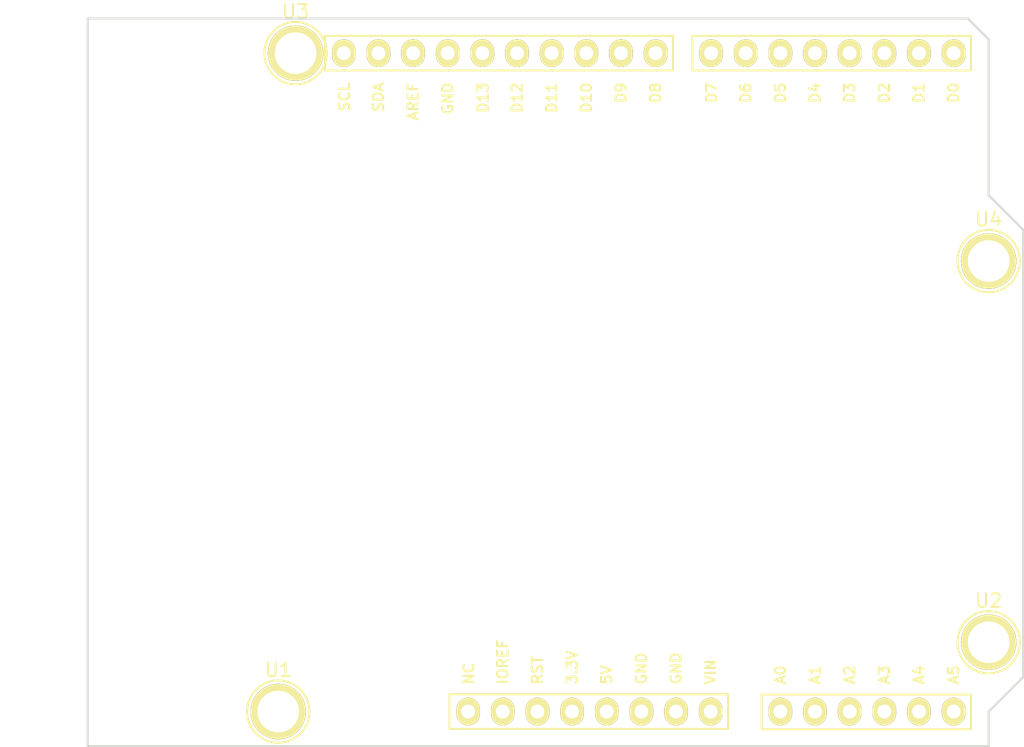
<source format=kicad_pcb>
(kicad_pcb (version 4) (host pcbnew 4.0.1-3.201512221402+6198~38~ubuntu14.04.1-stable)

  (general
    (links 8)
    (no_connects 8)
    (area 110.922999 72.949999 179.653001 126.440001)
    (thickness 1.6)
    (drawings 26)
    (tracks 0)
    (zones 0)
    (modules 5)
    (nets 5)
  )

  (page A4)
  (title_block
    (company "Released under the CERN Open Hardware License v1.2")
    (comment 1 "wickerboxen@gmail.com - http://wickerbox.net")
    (comment 2 "Designed by Jenner at Wickerbox Electronics")
  )

  (layers
    (0 F.Cu signal)
    (31 B.Cu signal)
    (34 B.Paste user)
    (35 F.Paste user)
    (36 B.SilkS user)
    (37 F.SilkS user)
    (38 B.Mask user)
    (39 F.Mask user)
    (44 Edge.Cuts user)
  )

  (setup
    (last_trace_width 0.254)
    (user_trace_width 0.1524)
    (user_trace_width 0.254)
    (user_trace_width 0.3302)
    (user_trace_width 0.508)
    (user_trace_width 0.762)
    (user_trace_width 1.27)
    (trace_clearance 0.254)
    (zone_clearance 0.508)
    (zone_45_only no)
    (trace_min 0.1524)
    (segment_width 0.2)
    (edge_width 0.15)
    (via_size 0.6858)
    (via_drill 0.3302)
    (via_min_size 0.6858)
    (via_min_drill 0.3302)
    (user_via 0.6858 0.3302)
    (user_via 0.762 0.4064)
    (user_via 0.8636 0.508)
    (uvia_size 0.6858)
    (uvia_drill 0.3302)
    (uvias_allowed no)
    (uvia_min_size 0)
    (uvia_min_drill 0)
    (pcb_text_width 0.3)
    (pcb_text_size 1.5 1.5)
    (mod_edge_width 0.15)
    (mod_text_size 1 1)
    (mod_text_width 0.15)
    (pad_size 1.524 1.524)
    (pad_drill 0.762)
    (pad_to_mask_clearance 0.2)
    (aux_axis_origin 124.968 123.825)
    (grid_origin 124.968 123.825)
    (visible_elements FFFCDF7D)
    (pcbplotparams
      (layerselection 0x00030_80000001)
      (usegerberextensions false)
      (excludeedgelayer true)
      (linewidth 0.100000)
      (plotframeref false)
      (viasonmask false)
      (mode 1)
      (useauxorigin false)
      (hpglpennumber 1)
      (hpglpenspeed 20)
      (hpglpendiameter 15)
      (hpglpenoverlay 2)
      (psnegative false)
      (psa4output false)
      (plotreference true)
      (plotvalue true)
      (plotinvisibletext false)
      (padsonsilk false)
      (subtractmaskfromsilk false)
      (outputformat 1)
      (mirror false)
      (drillshape 1)
      (scaleselection 1)
      (outputdirectory ""))
  )

  (net 0 "")
  (net 1 GND)
  (net 2 +3V3)
  (net 3 /A4)
  (net 4 /A5)

  (net_class Default "This is the default net class."
    (clearance 0.254)
    (trace_width 0.254)
    (via_dia 0.6858)
    (via_drill 0.3302)
    (uvia_dia 0.6858)
    (uvia_drill 0.3302)
    (add_net +3V3)
    (add_net /A4)
    (add_net "/A4(SDA)")
    (add_net /A5)
    (add_net "/A5(SCL)")
    (add_net GND)
  )

  (module Wickerlib:ARDUINO-101-SHIELD locked (layer F.Cu) (tedit 57283FB2) (tstamp 5728CC97)
    (at 133.8072 123.825)
    (descr "Through hole socket strip")
    (tags "socket strip")
    (path /572986CB)
    (fp_text reference U5 (at 13.97 2.794) (layer F.SilkS) hide
      (effects (font (size 1 1) (thickness 0.15)))
    )
    (fp_text value ARDUINO-101-SHIELD (at 13.97 4.318) (layer F.Fab) hide
      (effects (font (size 1 1) (thickness 0.15)))
    )
    (fp_text user NC (at 5.1308 -2.779486 90) (layer F.SilkS)
      (effects (font (size 0.762 0.762) (thickness 0.1524)))
    )
    (fp_line (start 3.33 -1.75) (end 3.33 1.75) (layer F.CrtYd) (width 0.05))
    (fp_line (start 24.63 -1.75) (end 24.63 1.75) (layer F.CrtYd) (width 0.05))
    (fp_line (start 3.33 -1.75) (end 24.63 -1.75) (layer F.CrtYd) (width 0.05))
    (fp_line (start 3.33 1.75) (end 24.63 1.75) (layer F.CrtYd) (width 0.05))
    (fp_line (start 3.7084 1.27) (end 24.13 1.27) (layer F.SilkS) (width 0.15))
    (fp_line (start 24.13 1.27) (end 24.13 -1.27) (layer F.SilkS) (width 0.15))
    (fp_line (start 24.13 -1.27) (end 3.7084 -1.27) (layer F.SilkS) (width 0.15))
    (fp_line (start 3.7084 1.27) (end 3.7084 -1.27) (layer F.SilkS) (width 0.15))
    (fp_text user IOREF (at 7.62 -3.6322 90) (layer F.SilkS)
      (effects (font (size 0.762 0.762) (thickness 0.1524)))
    )
    (fp_text user RST (at 10.16 -3.033485 90) (layer F.SilkS)
      (effects (font (size 0.762 0.762) (thickness 0.1524)))
    )
    (fp_text user 3.3V (at 12.7 -3.233057 90) (layer F.SilkS)
      (effects (font (size 0.762 0.762) (thickness 0.1524)))
    )
    (fp_text user 5V (at 15.24 -2.688771 90) (layer F.SilkS)
      (effects (font (size 0.762 0.762) (thickness 0.1524)))
    )
    (fp_text user GND (at 17.78 -3.160486 90) (layer F.SilkS)
      (effects (font (size 0.762 0.762) (thickness 0.1524)))
    )
    (fp_text user GND (at 20.32 -3.160486 90) (layer F.SilkS)
      (effects (font (size 0.762 0.762) (thickness 0.1524)))
    )
    (fp_text user VIN (at 22.86 -2.906486 90) (layer F.SilkS)
      (effects (font (size 0.762 0.762) (thickness 0.1524)))
    )
    (fp_line (start 41.9354 -1.2446) (end 26.5938 -1.2446) (layer F.SilkS) (width 0.15))
    (fp_line (start 41.9354 1.2954) (end 41.9354 -1.2446) (layer F.SilkS) (width 0.15))
    (fp_text user A4 (at 38.1254 -2.688771 90) (layer F.SilkS)
      (effects (font (size 0.762 0.762) (thickness 0.1524)))
    )
    (fp_text user A3 (at 35.5854 -2.688771 90) (layer F.SilkS)
      (effects (font (size 0.762 0.762) (thickness 0.1524)))
    )
    (fp_text user A5 (at 40.6654 -2.688771 90) (layer F.SilkS)
      (effects (font (size 0.762 0.762) (thickness 0.1524)))
    )
    (fp_text user A0 (at 27.9654 -2.688771 90) (layer F.SilkS)
      (effects (font (size 0.762 0.762) (thickness 0.1524)))
    )
    (fp_text user A1 (at 30.5054 -2.688771 90) (layer F.SilkS)
      (effects (font (size 0.762 0.762) (thickness 0.1524)))
    )
    (fp_line (start 26.5938 1.2954) (end 41.9354 1.2954) (layer F.SilkS) (width 0.15))
    (fp_line (start 26.5938 1.2954) (end 26.5938 -1.2446) (layer F.SilkS) (width 0.15))
    (fp_text user A2 (at 33.0454 -2.688771 90) (layer F.SilkS)
      (effects (font (size 0.762 0.762) (thickness 0.1524)))
    )
    (fp_line (start 26.2154 -1.7246) (end 42.4354 -1.7246) (layer F.CrtYd) (width 0.05))
    (fp_line (start 26.2154 -1.7246) (end 26.2154 1.7754) (layer F.CrtYd) (width 0.05))
    (fp_line (start 42.4354 -1.7246) (end 42.4354 1.7754) (layer F.CrtYd) (width 0.05))
    (fp_line (start 26.2154 1.7754) (end 42.4354 1.7754) (layer F.CrtYd) (width 0.05))
    (fp_text user D2 (at 35.5854 -45.349886 90) (layer F.SilkS)
      (effects (font (size 0.762 0.762) (thickness 0.1524)))
    )
    (fp_line (start 41.9354 -46.99) (end 41.9354 -49.53) (layer F.SilkS) (width 0.15))
    (fp_text user D0 (at 40.6654 -45.349886 90) (layer F.SilkS)
      (effects (font (size 0.762 0.762) (thickness 0.1524)))
    )
    (fp_text user D1 (at 38.1254 -45.349886 90) (layer F.SilkS)
      (effects (font (size 0.762 0.762) (thickness 0.1524)))
    )
    (fp_line (start 41.9354 -49.53) (end 21.5138 -49.53) (layer F.SilkS) (width 0.15))
    (fp_text user D4 (at 30.5054 -45.349886 90) (layer F.SilkS)
      (effects (font (size 0.762 0.762) (thickness 0.1524)))
    )
    (fp_text user D5 (at 27.9654 -45.349886 90) (layer F.SilkS)
      (effects (font (size 0.762 0.762) (thickness 0.1524)))
    )
    (fp_line (start 21.5138 -46.99) (end 21.5138 -49.53) (layer F.SilkS) (width 0.15))
    (fp_text user D6 (at 25.4254 -45.349886 90) (layer F.SilkS)
      (effects (font (size 0.762 0.762) (thickness 0.1524)))
    )
    (fp_text user D7 (at 22.9362 -45.349886 90) (layer F.SilkS)
      (effects (font (size 0.762 0.762) (thickness 0.1524)))
    )
    (fp_line (start 21.5138 -46.99) (end 41.9354 -46.99) (layer F.SilkS) (width 0.15))
    (fp_text user D3 (at 33.0454 -45.349886 90) (layer F.SilkS)
      (effects (font (size 0.762 0.762) (thickness 0.1524)))
    )
    (fp_line (start 21.1354 -50.01) (end 21.1354 -46.51) (layer F.CrtYd) (width 0.05))
    (fp_line (start 42.4354 -50.01) (end 42.4354 -46.51) (layer F.CrtYd) (width 0.05))
    (fp_line (start 21.1354 -50.01) (end 42.4354 -50.01) (layer F.CrtYd) (width 0.05))
    (fp_line (start 21.1354 -46.51) (end 42.4354 -46.51) (layer F.CrtYd) (width 0.05))
    (fp_line (start 20.0914 -49.53) (end -5.3848 -49.53) (layer F.SilkS) (width 0.15))
    (fp_text user D10 (at 13.7414 -44.987029 90) (layer F.SilkS)
      (effects (font (size 0.762 0.762) (thickness 0.1524)))
    )
    (fp_text user D12 (at 8.6614 -44.987029 90) (layer F.SilkS)
      (effects (font (size 0.762 0.762) (thickness 0.1524)))
    )
    (fp_line (start -5.3848 -46.99) (end 20.0914 -46.99) (layer F.SilkS) (width 0.15))
    (fp_text user D9 (at 16.2814 -45.349886 90) (layer F.SilkS)
      (effects (font (size 0.762 0.762) (thickness 0.1524)))
    )
    (fp_text user D8 (at 18.8214 -45.349886 90) (layer F.SilkS)
      (effects (font (size 0.762 0.762) (thickness 0.1524)))
    )
    (fp_line (start 20.0914 -46.99) (end 20.0914 -49.53) (layer F.SilkS) (width 0.15))
    (fp_text user D11 (at 11.2014 -44.987029 90) (layer F.SilkS)
      (effects (font (size 0.762 0.762) (thickness 0.1524)))
    )
    (fp_line (start -5.4102 -46.99) (end -5.4102 -49.53) (layer F.SilkS) (width 0.15))
    (fp_text user D13 (at 6.1722 -44.987029 90) (layer F.SilkS)
      (effects (font (size 0.762 0.762) (thickness 0.1524)))
    )
    (fp_line (start -5.7912 -49.9872) (end 20.5914 -49.9872) (layer F.CrtYd) (width 0.05))
    (fp_line (start 20.5914 -50.01) (end 20.5914 -46.51) (layer F.CrtYd) (width 0.05))
    (fp_line (start -5.7912 -49.9872) (end -5.7912 -46.5074) (layer F.CrtYd) (width 0.05))
    (fp_line (start -5.7912 -46.5074) (end 20.5914 -46.51) (layer F.CrtYd) (width 0.05))
    (fp_text user GND (at 3.5814 -44.9326 90) (layer F.SilkS)
      (effects (font (size 0.762 0.762) (thickness 0.1524)))
    )
    (fp_text user SDA (at -1.4986 -45.023314 90) (layer F.SilkS)
      (effects (font (size 0.762 0.762) (thickness 0.1524)))
    )
    (fp_text user AREF (at 1.0414 -44.714885 90) (layer F.SilkS)
      (effects (font (size 0.762 0.762) (thickness 0.1524)))
    )
    (fp_text user SCL (at -3.9878 -45.041457 90) (layer F.SilkS)
      (effects (font (size 0.762 0.762) (thickness 0.1524)))
    )
    (pad NC thru_hole oval (at 5.08 0) (size 1.7272 2.032) (drill 1.016) (layers *.Cu *.Mask F.SilkS))
    (pad IO thru_hole oval (at 7.62 0) (size 1.7272 2.032) (drill 1.016) (layers *.Cu *.Mask F.SilkS))
    (pad RST thru_hole oval (at 10.16 0) (size 1.7272 2.032) (drill 1.016) (layers *.Cu *.Mask F.SilkS))
    (pad 3V3 thru_hole oval (at 12.7 0) (size 1.7272 2.032) (drill 1.016) (layers *.Cu *.Mask F.SilkS)
      (net 2 +3V3))
    (pad 5V thru_hole oval (at 15.24 0) (size 1.7272 2.032) (drill 1.016) (layers *.Cu *.Mask F.SilkS))
    (pad GND1 thru_hole oval (at 17.78 0) (size 1.7272 2.032) (drill 1.016) (layers *.Cu *.Mask F.SilkS)
      (net 1 GND))
    (pad GND2 thru_hole oval (at 20.32 0) (size 1.7272 2.032) (drill 1.016) (layers *.Cu *.Mask F.SilkS)
      (net 1 GND))
    (pad VIN thru_hole oval (at 22.86 0) (size 1.7272 2.032) (drill 1.016) (layers *.Cu *.Mask F.SilkS))
    (pad A0 thru_hole oval (at 27.9654 0) (size 1.7272 2.032) (drill 1.016) (layers *.Cu *.Mask F.SilkS))
    (pad A1 thru_hole oval (at 30.5054 0) (size 1.7272 2.032) (drill 1.016) (layers *.Cu *.Mask F.SilkS))
    (pad A2 thru_hole oval (at 33.0454 0) (size 1.7272 2.032) (drill 1.016) (layers *.Cu *.Mask F.SilkS))
    (pad A5 thru_hole oval (at 40.6654 0) (size 1.7272 2.032) (drill 1.016) (layers *.Cu *.Mask F.SilkS)
      (net 4 /A5))
    (pad A4 thru_hole oval (at 38.1254 0) (size 1.7272 2.032) (drill 1.016) (layers *.Cu *.Mask F.SilkS)
      (net 3 /A4))
    (pad A3 thru_hole oval (at 35.5854 0) (size 1.7272 2.032) (drill 1.016) (layers *.Cu *.Mask F.SilkS))
    (pad D1 thru_hole oval (at 38.1254 -48.26) (size 1.7272 2.032) (drill 1.016) (layers *.Cu *.Mask F.SilkS))
    (pad D0 thru_hole oval (at 40.6654 -48.26) (size 1.7272 2.032) (drill 1.016) (layers *.Cu *.Mask F.SilkS))
    (pad D5 thru_hole oval (at 27.9654 -48.26) (size 1.7272 2.032) (drill 1.016) (layers *.Cu *.Mask F.SilkS))
    (pad D4 thru_hole oval (at 30.5054 -48.26) (size 1.7272 2.032) (drill 1.016) (layers *.Cu *.Mask F.SilkS))
    (pad D6 thru_hole oval (at 25.4254 -48.26) (size 1.7272 2.032) (drill 1.016) (layers *.Cu *.Mask F.SilkS))
    (pad D7 thru_hole oval (at 22.8854 -48.26) (size 1.7272 2.032) (drill 1.016) (layers *.Cu *.Mask F.SilkS))
    (pad D3 thru_hole oval (at 33.0454 -48.26) (size 1.7272 2.032) (drill 1.016) (layers *.Cu *.Mask F.SilkS))
    (pad D2 thru_hole oval (at 35.5854 -48.26) (size 1.7272 2.032) (drill 1.016) (layers *.Cu *.Mask F.SilkS))
    (pad D13 thru_hole oval (at 6.1214 -48.26) (size 1.7272 2.032) (drill 1.016) (layers *.Cu *.Mask F.SilkS))
    (pad D12 thru_hole oval (at 8.6614 -48.26) (size 1.7272 2.032) (drill 1.016) (layers *.Cu *.Mask F.SilkS))
    (pad D11 thru_hole oval (at 11.2014 -48.26) (size 1.7272 2.032) (drill 1.016) (layers *.Cu *.Mask F.SilkS))
    (pad D8 thru_hole oval (at 18.8214 -48.26) (size 1.7272 2.032) (drill 1.016) (layers *.Cu *.Mask F.SilkS))
    (pad D9 thru_hole oval (at 16.2814 -48.26) (size 1.7272 2.032) (drill 1.016) (layers *.Cu *.Mask F.SilkS))
    (pad D10 thru_hole oval (at 13.7414 -48.26) (size 1.7272 2.032) (drill 1.016) (layers *.Cu *.Mask F.SilkS))
    (pad AREF thru_hole oval (at 1.0414 -48.26) (size 1.7272 2.032) (drill 1.016) (layers *.Cu *.Mask F.SilkS)
      (net 2 +3V3))
    (pad GND3 thru_hole oval (at 3.5814 -48.26) (size 1.7272 2.032) (drill 1.016) (layers *.Cu *.Mask F.SilkS)
      (net 1 GND))
    (pad SCL thru_hole oval (at -4.0386 -48.26) (size 1.7272 2.032) (drill 1.016) (layers *.Cu *.Mask F.SilkS)
      (net 4 /A5))
    (pad SDA thru_hole oval (at -1.4986 -48.26) (size 1.7272 2.032) (drill 1.016) (layers *.Cu *.Mask F.SilkS)
      (net 3 /A4))
    (pad H1 thru_hole circle (at -7.62 -48.2092) (size 1.7272 1.7272) (drill 1.016) (layers *.Cu *.Mask F.SilkS))
    (model ${KIPRJMOD}/Socket_Arduino_Uno.3dshapes/Socket_header_Arduino_1x08.wrl
      (at (xyz 0.35 0 0))
      (scale (xyz 1 1 1))
      (rotate (xyz 0 0 180))
    )
  )

  (module Wickerlib:ARDUINO-MOUNTING-HOLE locked (layer F.Cu) (tedit 0) (tstamp 572896E9)
    (at 124.968 123.825)
    (descr "module 1 pin (ou trou mecanique de percage)")
    (tags DEV)
    (path /57282130)
    (fp_text reference U1 (at 0 -3.048) (layer F.SilkS)
      (effects (font (size 1 1) (thickness 0.15)))
    )
    (fp_text value HOLE (at 0 2.794) (layer F.Fab)
      (effects (font (size 1 1) (thickness 0.15)))
    )
    (fp_circle (center 0 0) (end 0 -2.286) (layer F.SilkS) (width 0.15))
    (pad 1 thru_hole circle (at 0 0) (size 4.064 4.064) (drill 3.048) (layers *.Cu *.Mask F.SilkS))
  )

  (module Wickerlib:ARDUINO-MOUNTING-HOLE locked (layer F.Cu) (tedit 0) (tstamp 572896EE)
    (at 177.038 118.745)
    (descr "module 1 pin (ou trou mecanique de percage)")
    (tags DEV)
    (path /57290D61)
    (fp_text reference U2 (at 0 -3.048) (layer F.SilkS)
      (effects (font (size 1 1) (thickness 0.15)))
    )
    (fp_text value HOLE (at 0 2.794) (layer F.Fab)
      (effects (font (size 1 1) (thickness 0.15)))
    )
    (fp_circle (center 0 0) (end 0 -2.286) (layer F.SilkS) (width 0.15))
    (pad 1 thru_hole circle (at 0 0) (size 4.064 4.064) (drill 3.048) (layers *.Cu *.Mask F.SilkS))
  )

  (module Wickerlib:ARDUINO-MOUNTING-HOLE locked (layer F.Cu) (tedit 0) (tstamp 572896F3)
    (at 126.238 75.565)
    (descr "module 1 pin (ou trou mecanique de percage)")
    (tags DEV)
    (path /57290D9E)
    (fp_text reference U3 (at 0 -3.048) (layer F.SilkS)
      (effects (font (size 1 1) (thickness 0.15)))
    )
    (fp_text value HOLE (at 0 2.794) (layer F.Fab)
      (effects (font (size 1 1) (thickness 0.15)))
    )
    (fp_circle (center 0 0) (end 0 -2.286) (layer F.SilkS) (width 0.15))
    (pad 1 thru_hole circle (at 0 0) (size 4.064 4.064) (drill 3.048) (layers *.Cu *.Mask F.SilkS))
  )

  (module Wickerlib:ARDUINO-MOUNTING-HOLE locked (layer F.Cu) (tedit 0) (tstamp 572896F8)
    (at 177.038 90.805)
    (descr "module 1 pin (ou trou mecanique de percage)")
    (tags DEV)
    (path /57290DDB)
    (fp_text reference U4 (at 0 -3.048) (layer F.SilkS)
      (effects (font (size 1 1) (thickness 0.15)))
    )
    (fp_text value HOLE (at 0 2.794) (layer F.Fab)
      (effects (font (size 1 1) (thickness 0.15)))
    )
    (fp_circle (center 0 0) (end 0 -2.286) (layer F.SilkS) (width 0.15))
    (pad 1 thru_hole circle (at 0 0) (size 4.064 4.064) (drill 3.048) (layers *.Cu *.Mask F.SilkS))
  )

  (gr_circle (center 117.348 76.962) (end 118.618 76.962) (layer Dwgs.User) (width 0.15))
  (gr_line (start 114.427 78.994) (end 114.427 74.93) (angle 90) (layer Dwgs.User) (width 0.15))
  (gr_line (start 120.269 78.994) (end 114.427 78.994) (angle 90) (layer Dwgs.User) (width 0.15))
  (gr_line (start 120.269 74.93) (end 120.269 78.994) (angle 90) (layer Dwgs.User) (width 0.15))
  (gr_line (start 114.427 74.93) (end 120.269 74.93) (angle 90) (layer Dwgs.User) (width 0.15))
  (gr_line (start 120.523 93.98) (end 104.648 93.98) (angle 90) (layer Dwgs.User) (width 0.15))
  (gr_line (start 177.038 74.549) (end 175.514 73.025) (angle 90) (layer Edge.Cuts) (width 0.15))
  (gr_line (start 177.038 85.979) (end 177.038 74.549) (angle 90) (layer Edge.Cuts) (width 0.15))
  (gr_line (start 179.578 88.519) (end 177.038 85.979) (angle 90) (layer Edge.Cuts) (width 0.15))
  (gr_line (start 179.578 121.285) (end 179.578 88.519) (angle 90) (layer Edge.Cuts) (width 0.15))
  (gr_line (start 177.038 123.825) (end 179.578 121.285) (angle 90) (layer Edge.Cuts) (width 0.15))
  (gr_line (start 177.038 126.365) (end 177.038 123.825) (angle 90) (layer Edge.Cuts) (width 0.15))
  (gr_line (start 110.998 126.365) (end 177.038 126.365) (angle 90) (layer Edge.Cuts) (width 0.15))
  (gr_line (start 110.998 73.025) (end 110.998 126.365) (angle 90) (layer Edge.Cuts) (width 0.15))
  (gr_line (start 175.514 73.025) (end 110.998 73.025) (angle 90) (layer Edge.Cuts) (width 0.15))
  (gr_line (start 173.355 102.235) (end 173.355 94.615) (angle 90) (layer Dwgs.User) (width 0.15))
  (gr_line (start 178.435 102.235) (end 173.355 102.235) (angle 90) (layer Dwgs.User) (width 0.15))
  (gr_line (start 178.435 94.615) (end 178.435 102.235) (angle 90) (layer Dwgs.User) (width 0.15))
  (gr_line (start 173.355 94.615) (end 178.435 94.615) (angle 90) (layer Dwgs.User) (width 0.15))
  (gr_line (start 109.093 123.19) (end 109.093 114.3) (angle 90) (layer Dwgs.User) (width 0.15))
  (gr_line (start 122.428 123.19) (end 109.093 123.19) (angle 90) (layer Dwgs.User) (width 0.15))
  (gr_line (start 122.428 114.3) (end 122.428 123.19) (angle 90) (layer Dwgs.User) (width 0.15))
  (gr_line (start 109.093 114.3) (end 122.428 114.3) (angle 90) (layer Dwgs.User) (width 0.15))
  (gr_line (start 104.648 93.98) (end 104.648 82.55) (angle 90) (layer Dwgs.User) (width 0.15))
  (gr_line (start 120.523 82.55) (end 120.523 93.98) (angle 90) (layer Dwgs.User) (width 0.15))
  (gr_line (start 104.648 82.55) (end 120.523 82.55) (angle 90) (layer Dwgs.User) (width 0.15))

)

</source>
